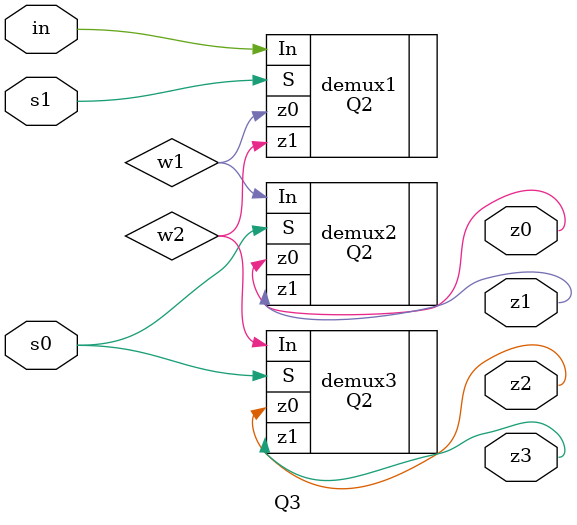
<source format=v>
module Q3(in, s1, s0, z0, z1, z2, z3);
	input in, s1, s0;
	output z0, z1, z2, z3;
	wire w1, w2;
	
	Q2 demux1(.In(in), .S(s1), .z1(w2), .z0(w1) );
	Q2 demux2(.In(w1), .S(s0), .z1(z1), .z0(z0) );
	Q2 demux3(.In(w2), .S(s0), .z1(z3), .z0(z2) );
	
	




endmodule
</source>
